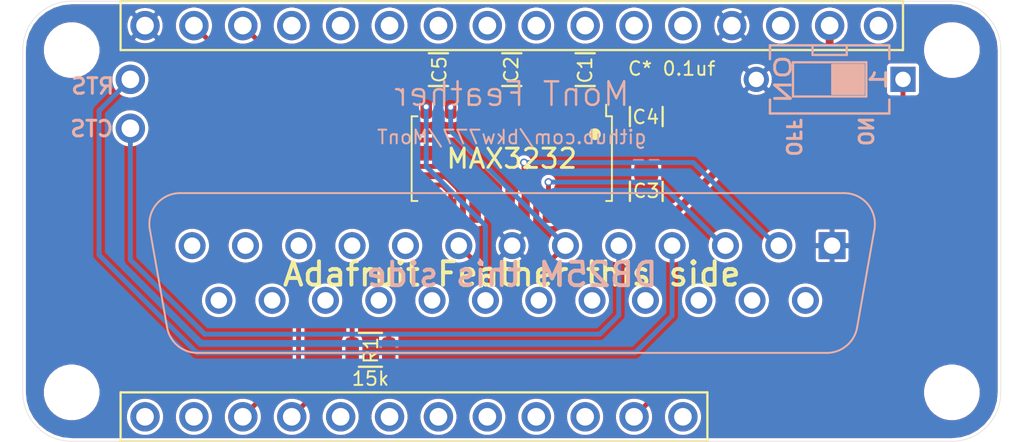
<source format=kicad_pcb>
(kicad_pcb (version 20171130) (host pcbnew 5.1.6-c6e7f7d~87~ubuntu20.04.1)
  (layers (0 F.Cu signal) (31 B.Cu signal) (34 B.Paste user hide) (35 F.Paste user hide) (36 B.SilkS user) (37 F.SilkS user hide) (38 B.Mask user) (39 F.Mask user hide) (44 Edge.Cuts user))
  (net 0 "")
  (net 1 /DTR)
  (net 2 /DCD)
  (net 3 /DSR)
  (net 4 /RXD)
  (net 5 /TXD)
  (net 6 GND)
  (net 7 "Net-(C1-Pad1)")
  (net 8 "Net-(C1-Pad2)")
  (net 9 "Net-(C2-Pad1)")
  (net 10 "Net-(C2-Pad2)")
  (net 11 "Net-(C4-Pad1)")
  (net 12 "Net-(C5-Pad1)")
  (net 13 /TXD_TTL)
  (net 14 /RXD_TTL)
  (net 15 /En)
  (net 16 +3V3)
  (net 17 /DTR_TTL)
  (net 18 /DSR_TTL)
  (net 19 /CTS)
  (net 20 /RTS)
  (module 0_LOCAL:Adafruit_Feather (layer F.Cu) (at 147.32 96.52 180)
    (fp_text reference J1 hide)
    (fp_text value Adafruit_Feather)
    (fp_line (start 20.32 8.89) (end -20.32 8.89) (layer F.SilkS) (width 0.12))
    (fp_line (start 20.32 11.43) (end 20.32 8.89) (layer F.SilkS) (width 0.12))
    (fp_line (start -20.32 11.43) (end 20.32 11.43) (layer F.SilkS) (width 0.12))
    (fp_line (start -20.32 8.89) (end -20.32 11.43) (layer F.SilkS) (width 0.12))
    (fp_line (start 20.32 -11.43) (end -10.16 -11.43) (layer F.SilkS) (width 0.12))
    (fp_line (start 20.32 -8.89) (end 20.32 -11.43) (layer F.SilkS) (width 0.12))
    (fp_line (start -10.16 -8.89) (end 20.32 -8.89) (layer F.SilkS) (width 0.12))
    (fp_line (start -10.16 -11.43) (end -10.16 -8.89) (layer F.SilkS) (width 0.12))
    (pad "" np_thru_hole circle (at 22.86 -8.89 180) (size 2.54 2.54) (drill 2.54) (layers *.Cu *.Mask))
    (pad "" np_thru_hole circle (at 22.86 8.89 180) (size 2.54 2.54) (drill 2.54) (layers *.Cu *.Mask))
    (pad "" np_thru_hole circle (at -22.86 8.89 180) (size 2.54 2.54) (drill 2.54) (layers *.Cu *.Mask))
    (pad "" np_thru_hole circle (at -22.86 -8.89 180) (size 2.54 2.54) (drill 2.54) (layers *.Cu *.Mask))
    (pad 16 thru_hole circle (at 19.05 10.16 180) (size 1.524 1.524) (drill 0.9144) (layers *.Cu *.Mask) (net 6 GND))
    (pad 15 thru_hole circle (at 16.51 10.16 180) (size 1.524 1.524) (drill 0.9144) (layers *.Cu *.Mask) (net 13 /TXD_TTL))
    (pad 14 thru_hole circle (at 13.97 10.16 180) (size 1.524 1.524) (drill 0.9144) (layers *.Cu *.Mask) (net 14 /RXD_TTL))
    (pad 13 thru_hole circle (at 11.43 10.16 180) (size 1.524 1.524) (drill 0.9144) (layers *.Cu *.Mask))
    (pad 12 thru_hole circle (at 8.89 10.16 180) (size 1.524 1.524) (drill 0.9144) (layers *.Cu *.Mask))
    (pad 11 thru_hole circle (at 6.35 10.16 180) (size 1.524 1.524) (drill 0.9144) (layers *.Cu *.Mask))
    (pad 10 thru_hole circle (at 3.81 10.16 180) (size 1.524 1.524) (drill 0.9144) (layers *.Cu *.Mask))
    (pad 9 thru_hole circle (at 1.27 10.16 180) (size 1.524 1.524) (drill 0.9144) (layers *.Cu *.Mask))
    (pad 8 thru_hole circle (at -1.27 10.16 180) (size 1.524 1.524) (drill 0.9144) (layers *.Cu *.Mask))
    (pad 7 thru_hole circle (at -3.81 10.16 180) (size 1.524 1.524) (drill 0.9144) (layers *.Cu *.Mask))
    (pad 6 thru_hole circle (at -6.35 10.16 180) (size 1.524 1.524) (drill 0.9144) (layers *.Cu *.Mask))
    (pad 5 thru_hole circle (at -8.89 10.16 180) (size 1.524 1.524) (drill 0.9144) (layers *.Cu *.Mask))
    (pad 4 thru_hole circle (at -11.43 10.16 180) (size 1.524 1.524) (drill 0.9144) (layers *.Cu *.Mask) (net 6 GND))
    (pad 3 thru_hole circle (at -13.97 10.16 180) (size 1.524 1.524) (drill 0.9144) (layers *.Cu *.Mask))
    (pad 2 thru_hole circle (at -16.51 10.16 180) (size 1.524 1.524) (drill 0.9144) (layers *.Cu *.Mask) (net 16 +3V3))
    (pad 1 thru_hole circle (at -19.05 10.16 180) (size 1.524 1.524) (drill 0.9144) (layers *.Cu *.Mask))
    (pad 17 thru_hole circle (at 19.05 -10.16 180) (size 1.524 1.524) (drill 0.9144) (layers *.Cu *.Mask))
    (pad 18 thru_hole circle (at 16.51 -10.16 180) (size 1.524 1.524) (drill 0.9144) (layers *.Cu *.Mask))
    (pad 19 thru_hole circle (at 13.97 -10.16 180) (size 1.524 1.524) (drill 0.9144) (layers *.Cu *.Mask) (net 17 /DTR_TTL))
    (pad 20 thru_hole circle (at 11.43 -10.16 180) (size 1.524 1.524) (drill 0.9144) (layers *.Cu *.Mask) (net 18 /DSR_TTL))
    (pad 21 thru_hole circle (at 8.89 -10.16 180) (size 1.524 1.524) (drill 0.9144) (layers *.Cu *.Mask))
    (pad 22 thru_hole circle (at 6.35 -10.16 180) (size 1.524 1.524) (drill 0.9144) (layers *.Cu *.Mask))
    (pad 23 thru_hole circle (at 3.81 -10.16 180) (size 1.524 1.524) (drill 0.9144) (layers *.Cu *.Mask))
    (pad 24 thru_hole circle (at 1.27 -10.16 180) (size 1.524 1.524) (drill 0.9144) (layers *.Cu *.Mask))
    (pad 25 thru_hole circle (at -1.27 -10.16 180) (size 1.524 1.524) (drill 0.9144) (layers *.Cu *.Mask))
    (pad 26 thru_hole circle (at -3.81 -10.16 180) (size 1.524 1.524) (drill 0.9144) (layers *.Cu *.Mask))
    (pad 27 thru_hole circle (at -6.35 -10.16 180) (size 1.524 1.524) (drill 0.9144) (layers *.Cu *.Mask) (net 15 /En))
    (pad 28 thru_hole circle (at -8.89 -10.16 180) (size 1.524 1.524) (drill 0.9144) (layers *.Cu *.Mask))
  )
  (module 0_LOCAL:JP_H (layer B.Cu) (at 127.508 90.424 270)
    (fp_text reference JP1 hide)
    (fp_text value Jumper_2_Bridged)
    (pad 2 thru_hole circle (at 1.27 0 270) (size 1.524 1.524) (drill 0.9144) (layers *.Cu *.Mask) (net 19 /CTS))
    (pad 1 thru_hole circle (at -1.27 0 270) (size 1.524 1.524) (drill 0.9144) (layers *.Cu *.Mask) (net 20 /RTS))
  )
  (module 0_LOCAL:R_0805 (layer F.Cu) (at 139.9794 103.2002)
    (fp_text reference R1 (at 0.0254 0.0254 90) (layer F.SilkS) (effects (font (size 0.7112 0.7112) (thickness 0.1016))))
    (fp_text value 15k (at 0 1.4986) (layer F.SilkS) (effects (font (size 0.7112 0.7112) (thickness 0.1016))))
    (fp_line (start 0.6 0.88) (end -0.6 0.88) (layer F.SilkS) (width 0.12))
    (fp_line (start -0.6 -0.88) (end 0.6 -0.88) (layer F.SilkS) (width 0.12))
    (pad 1 smd roundrect (at -0.95 0) (size 0.7 1.3) (layers F.Cu F.Paste F.Mask) (net 18 /DSR_TTL))
    (pad 2 smd roundrect (at 0.95 0) (size 0.7 1.3) (layers F.Cu F.Paste F.Mask) (net 6 GND))
  )
  (module 0_LOCAL:NetTie-2_SMD_10 (layer F.Cu) (at 147.3454 99.187 180)
    (fp_text reference NT1 hide)
    (fp_text value Net-Tie_2)
    (fp_poly (pts (xy -0.254 -0.127) (xy 0.254 -0.127) (xy 0.254 0.127) (xy -0.254 0.127)) (layer F.Cu) (width 0))
    (pad 2 smd circle (at 0.254 0 180) (size 0.254 0.254) (layers F.Cu) (net 2 /DCD))
    (pad 1 smd circle (at -0.254 0 180) (size 0.254 0.254) (layers F.Cu) (net 3 /DSR))
  )
  (module 0_LOCAL:SW_DS04-254-1L-01BK (layer B.Cu) (at 163.83 89.154 180)
    (fp_text reference S1 hide)
    (fp_text value DS04-254-1L-01BK)
    (fp_poly (pts (xy -0.127 -0.762) (xy -1.778 -0.762) (xy -1.778 0.762) (xy -0.127 0.762)) (layer B.SilkS) (width 0.1))
    (fp_line (start 1.905 -0.889) (end 1.905 0.889) (layer B.SilkS) (width 0.12))
    (fp_line (start -1.905 -0.889) (end 1.905 -0.889) (layer B.SilkS) (width 0.12))
    (fp_line (start -1.905 0.889) (end -1.905 -0.889) (layer B.SilkS) (width 0.12))
    (fp_line (start 1.905 0.889) (end -1.905 0.889) (layer B.SilkS) (width 0.12))
    (fp_line (start 0.889 1.27) (end 0.889 1.778) (layer B.SilkS) (width 0.12))
    (fp_line (start -0.889 1.27) (end 0.889 1.27) (layer B.SilkS) (width 0.12))
    (fp_line (start -0.889 1.778) (end -0.889 1.27) (layer B.SilkS) (width 0.12))
    (fp_line (start 3.1 1.77) (end -3.1 1.77) (layer B.SilkS) (width 0.127))
    (fp_line (start -3.1 -1.77) (end 3.1 -1.77) (layer B.SilkS) (width 0.127))
    (fp_line (start -3.1 1.77) (end -3.1 1.05) (layer B.SilkS) (width 0.127))
    (fp_line (start 3.1 -1.77) (end 3.1 -1.05) (layer B.SilkS) (width 0.127))
    (fp_line (start -3.1 -1.05) (end -3.1 -1.77) (layer B.SilkS) (width 0.127))
    (fp_line (start 3.1 1.05) (end 3.1 1.77) (layer B.SilkS) (width 0.127))
    (fp_text user 1 (at -2.54 0 90) (layer B.SilkS) (effects (font (size 0.8128 1.2192) (thickness 0.1524)) (justify mirror)))
    (fp_text user ON (at 2.413 0 90) (layer B.SilkS) (effects (font (size 0.8128 1.2192) (thickness 0.1524)) (justify mirror)))
    (pad 1B thru_hole circle (at 3.81 0 180) (size 1.308 1.308) (drill 0.8) (layers *.Cu *.Mask) (net 6 GND))
    (pad 1A thru_hole rect (at -3.81 0 180) (size 1.308 1.308) (drill 0.8) (layers *.Cu *.Mask) (net 15 /En))
  )
  (module 0_LOCAL:DSUB-25_Male_Vertical_P2.77x2.84mm (layer B.Cu) (at 163.957 97.79 180)
    (fp_text reference J2 hide)
    (fp_text value DB25_Male)
    (fp_line (start -0.623194 2.73) (end 33.863194 2.73) (layer B.SilkS) (width 0.1))
    (fp_line (start 0.276073 -5.57) (end 32.963927 -5.57) (layer B.SilkS) (width 0.1))
    (fp_line (start 35.438887 0.852163) (end 34.539619 -4.247837) (layer B.SilkS) (width 0.1))
    (fp_line (start -2.198887 0.852163) (end -1.299619 -4.247837) (layer B.SilkS) (width 0.1))
    (fp_arc (start 32.963927 -3.97) (end 32.963927 -5.57) (angle 80) (layer B.SilkS) (width 0.1))
    (fp_arc (start 0.276073 -3.97) (end 0.276073 -5.57) (angle -80) (layer B.SilkS) (width 0.1))
    (fp_arc (start 33.863194 1.13) (end 33.863194 2.73) (angle -100) (layer B.SilkS) (width 0.1))
    (fp_arc (start -0.623194 1.13) (end -0.623194 2.73) (angle 100) (layer B.SilkS) (width 0.1))
    (pad 25 thru_hole circle (at 31.855 -2.84 180) (size 1.4 1.4) (drill 0.85) (layers *.Cu *.Mask))
    (pad 24 thru_hole circle (at 29.085 -2.84 180) (size 1.4 1.4) (drill 0.85) (layers *.Cu *.Mask))
    (pad 23 thru_hole circle (at 26.315 -2.84 180) (size 1.4 1.4) (drill 0.85) (layers *.Cu *.Mask))
    (pad 22 thru_hole circle (at 23.545 -2.84 180) (size 1.4 1.4) (drill 0.85) (layers *.Cu *.Mask))
    (pad 21 thru_hole circle (at 20.775 -2.84 180) (size 1.4 1.4) (drill 0.85) (layers *.Cu *.Mask))
    (pad 20 thru_hole circle (at 18.005 -2.84 180) (size 1.4 1.4) (drill 0.85) (layers *.Cu *.Mask) (net 1 /DTR))
    (pad 19 thru_hole circle (at 15.235 -2.84 180) (size 1.4 1.4) (drill 0.85) (layers *.Cu *.Mask))
    (pad 18 thru_hole circle (at 12.465 -2.84 180) (size 1.4 1.4) (drill 0.85) (layers *.Cu *.Mask))
    (pad 17 thru_hole circle (at 9.695 -2.84 180) (size 1.4 1.4) (drill 0.85) (layers *.Cu *.Mask))
    (pad 16 thru_hole circle (at 6.925 -2.84 180) (size 1.4 1.4) (drill 0.85) (layers *.Cu *.Mask))
    (pad 15 thru_hole circle (at 4.155 -2.84 180) (size 1.4 1.4) (drill 0.85) (layers *.Cu *.Mask))
    (pad 14 thru_hole circle (at 1.385 -2.84 180) (size 1.4 1.4) (drill 0.85) (layers *.Cu *.Mask))
    (pad 13 thru_hole circle (at 33.24 0 180) (size 1.4 1.4) (drill 0.85) (layers *.Cu *.Mask))
    (pad 12 thru_hole circle (at 30.47 0 180) (size 1.4 1.4) (drill 0.85) (layers *.Cu *.Mask))
    (pad 11 thru_hole circle (at 27.7 0 180) (size 1.4 1.4) (drill 0.85) (layers *.Cu *.Mask))
    (pad 10 thru_hole circle (at 24.93 0 180) (size 1.4 1.4) (drill 0.85) (layers *.Cu *.Mask))
    (pad 9 thru_hole circle (at 22.16 0 180) (size 1.4 1.4) (drill 0.85) (layers *.Cu *.Mask))
    (pad 8 thru_hole circle (at 19.39 0 180) (size 1.4 1.4) (drill 0.85) (layers *.Cu *.Mask) (net 2 /DCD))
    (pad 7 thru_hole circle (at 16.62 0 180) (size 1.4 1.4) (drill 0.85) (layers *.Cu *.Mask) (net 6 GND))
    (pad 6 thru_hole circle (at 13.85 0 180) (size 1.4 1.4) (drill 0.85) (layers *.Cu *.Mask) (net 3 /DSR))
    (pad 5 thru_hole circle (at 11.08 0 180) (size 1.4 1.4) (drill 0.85) (layers *.Cu *.Mask) (net 19 /CTS))
    (pad 4 thru_hole circle (at 8.31 0 180) (size 1.4 1.4) (drill 0.85) (layers *.Cu *.Mask) (net 20 /RTS))
    (pad 3 thru_hole circle (at 5.54 0 180) (size 1.4 1.4) (drill 0.85) (layers *.Cu *.Mask) (net 4 /RXD))
    (pad 2 thru_hole circle (at 2.77 0 180) (size 1.4 1.4) (drill 0.85) (layers *.Cu *.Mask) (net 5 /TXD))
    (pad 1 thru_hole rect (at 0 0 180) (size 1.4 1.4) (drill 0.85) (layers *.Cu *.Mask) (net 6 GND))
  )
  (module 0_LOCAL:SOIC-16_W3.90mm (layer F.Cu) (at 147.32 93.2688 180)
    (fp_text reference U1 hide)
    (fp_text value MAX3232 (at 0 0) (layer F.SilkS))
    (fp_line (start -4.9 -2.2) (end -5.2 -2.2) (layer F.SilkS) (width 0.1))
    (fp_line (start -4.9 2.2) (end -4.9 2.8) (layer F.SilkS) (width 0.1))
    (fp_line (start -5.2 2.2) (end -4.9 2.2) (layer F.SilkS) (width 0.1))
    (fp_line (start -5.2 -2.2) (end -5.2 2.2) (layer F.SilkS) (width 0.1))
    (fp_line (start 5.2 2.2) (end 5.2 -2.2) (layer F.SilkS) (width 0.1))
    (fp_line (start 4.9 2.2) (end 5.2 2.2) (layer F.SilkS) (width 0.1))
    (fp_line (start 5.2 -2.2) (end 4.9 -2.2) (layer F.SilkS) (width 0.1))
    (fp_circle (center -4.318 1.27) (end -4.1656 1.27) (layer F.SilkS) (width 0.3048))
    (pad 16 smd roundrect (at -4.445 -2.7 180) (size 0.6 1.27) (layers F.Cu F.Paste F.Mask) (net 16 +3V3))
    (pad 15 smd roundrect (at -3.175 -2.7 180) (size 0.6 1.27) (layers F.Cu F.Paste F.Mask) (net 6 GND))
    (pad 14 smd roundrect (at -1.905 -2.7 180) (size 0.6 1.27) (layers F.Cu F.Paste F.Mask) (net 4 /RXD))
    (pad 13 smd roundrect (at -0.635 -2.7 180) (size 0.6 1.27) (layers F.Cu F.Paste F.Mask) (net 5 /TXD))
    (pad 12 smd roundrect (at 0.635 -2.7 180) (size 0.6 1.27) (layers F.Cu F.Paste F.Mask) (net 14 /RXD_TTL))
    (pad 11 smd roundrect (at 1.905 -2.7 180) (size 0.6 1.27) (layers F.Cu F.Paste F.Mask) (net 13 /TXD_TTL))
    (pad 10 smd roundrect (at 3.175 -2.7 180) (size 0.6 1.27) (layers F.Cu F.Paste F.Mask) (net 17 /DTR_TTL))
    (pad 9 smd roundrect (at 4.445 -2.7 180) (size 0.6 1.27) (layers F.Cu F.Paste F.Mask) (net 18 /DSR_TTL))
    (pad 8 smd roundrect (at 4.445 2.7 180) (size 0.6 1.27) (layers F.Cu F.Paste F.Mask) (net 1 /DTR))
    (pad 7 smd roundrect (at 3.175 2.7 180) (size 0.6 1.27) (layers F.Cu F.Paste F.Mask) (net 3 /DSR))
    (pad 6 smd roundrect (at 1.905 2.7 180) (size 0.6 1.27) (layers F.Cu F.Paste F.Mask) (net 12 "Net-(C5-Pad1)"))
    (pad 5 smd roundrect (at 0.635 2.7 180) (size 0.6 1.27) (layers F.Cu F.Paste F.Mask) (net 10 "Net-(C2-Pad2)"))
    (pad 4 smd roundrect (at -0.635 2.7 180) (size 0.6 1.27) (layers F.Cu F.Paste F.Mask) (net 9 "Net-(C2-Pad1)"))
    (pad 3 smd roundrect (at -1.905 2.7 180) (size 0.6 1.27) (layers F.Cu F.Paste F.Mask) (net 8 "Net-(C1-Pad2)"))
    (pad 2 smd roundrect (at -3.175 2.7 180) (size 0.6 1.27) (layers F.Cu F.Paste F.Mask) (net 11 "Net-(C4-Pad1)"))
    (pad 1 smd roundrect (at -4.445 2.7 180) (size 0.6 1.27) (layers F.Cu F.Paste F.Mask) (net 7 "Net-(C1-Pad1)"))
  )
  (module 0_LOCAL:C_0805 (layer F.Cu) (at 147.32 88.646 180)
    (fp_text reference C2 (at 0.0254 0 90) (layer F.SilkS) (effects (font (size 0.7112 0.7112) (thickness 0.1016))))
    (fp_text value 0.1uf)
    (fp_line (start 0.5 -0.85) (end -0.5 -0.85) (layer F.SilkS) (width 0.12))
    (fp_line (start -0.5 0.85) (end 0.5 0.85) (layer F.SilkS) (width 0.12))
    (pad 1 smd roundrect (at -1 0 180) (size 1 1.25) (layers F.Cu F.Paste F.Mask) (net 9 "Net-(C2-Pad1)"))
    (pad 2 smd roundrect (at 1 0 180) (size 1 1.25) (layers F.Cu F.Paste F.Mask) (net 10 "Net-(C2-Pad2)"))
  )
  (module 0_LOCAL:C_0805 (layer F.Cu) (at 151.13 88.646 180)
    (fp_text reference C1 (at 0 -0.0254 90) (layer F.SilkS) (effects (font (size 0.7112 0.7112) (thickness 0.1016))))
    (fp_text value 0.1uf)
    (fp_line (start 0.5 -0.85) (end -0.5 -0.85) (layer F.SilkS) (width 0.12))
    (fp_line (start -0.5 0.85) (end 0.5 0.85) (layer F.SilkS) (width 0.12))
    (pad 1 smd roundrect (at -1 0 180) (size 1 1.25) (layers F.Cu F.Paste F.Mask) (net 7 "Net-(C1-Pad1)"))
    (pad 2 smd roundrect (at 1 0 180) (size 1 1.25) (layers F.Cu F.Paste F.Mask) (net 8 "Net-(C1-Pad2)"))
  )
  (module 0_LOCAL:C_0805 (layer F.Cu) (at 154.305 91.0844 90)
    (fp_text reference C4 (at -0.0254 -0.0254) (layer F.SilkS) (effects (font (size 0.7112 0.7112) (thickness 0.1016))))
    (fp_text value 0.1uf)
    (fp_line (start 0.5 -0.85) (end -0.5 -0.85) (layer F.SilkS) (width 0.12))
    (fp_line (start -0.5 0.85) (end 0.5 0.85) (layer F.SilkS) (width 0.12))
    (pad 1 smd roundrect (at -1 0 90) (size 1 1.25) (layers F.Cu F.Paste F.Mask) (net 11 "Net-(C4-Pad1)"))
    (pad 2 smd roundrect (at 1 0 90) (size 1 1.25) (layers F.Cu F.Paste F.Mask) (net 6 GND))
  )
  (module 0_LOCAL:C_0805 (layer F.Cu) (at 143.51 88.646 180)
    (fp_text reference C5 (at -0.0508 0 90) (layer F.SilkS) (effects (font (size 0.7112 0.7112) (thickness 0.1016))))
    (fp_text value 0.1uf)
    (fp_line (start 0.5 -0.85) (end -0.5 -0.85) (layer F.SilkS) (width 0.12))
    (fp_line (start -0.5 0.85) (end 0.5 0.85) (layer F.SilkS) (width 0.12))
    (pad 1 smd roundrect (at -1 0 180) (size 1 1.25) (layers F.Cu F.Paste F.Mask) (net 12 "Net-(C5-Pad1)"))
    (pad 2 smd roundrect (at 1 0 180) (size 1 1.25) (layers F.Cu F.Paste F.Mask) (net 6 GND))
  )
  (module 0_LOCAL:C_0805 (layer F.Cu) (at 154.305 94.9706 90)
    (fp_text reference C3 (at 0.0254 0) (layer F.SilkS) (effects (font (size 0.7112 0.7112) (thickness 0.1016))))
    (fp_text value 0.1uf)
    (fp_line (start 0.5 -0.85) (end -0.5 -0.85) (layer F.SilkS) (width 0.12))
    (fp_line (start -0.5 0.85) (end 0.5 0.85) (layer F.SilkS) (width 0.12))
    (pad 1 smd roundrect (at -1 0 90) (size 1 1.25) (layers F.Cu F.Paste F.Mask) (net 16 +3V3))
    (pad 2 smd roundrect (at 1 0 90) (size 1 1.25) (layers F.Cu F.Paste F.Mask) (net 6 GND))
  )
  (gr_text CTS (at 125.5014 91.7194) (layer B.SilkS) (effects (font (size 0.8128 0.8128) (thickness 0.1524)) (justify mirror)))
  (gr_text RTS (at 125.5522 89.5096) (layer B.SilkS) (effects (font (size 0.8128 0.8128) (thickness 0.1524)) (justify mirror)))
  (gr_text "DB25M this side" (at 147.32 99.2886) (layer B.SilkS) (effects (font (size 1.2192 1.2192) (thickness 0.2032)) (justify mirror)))
  (gr_text "Adafruit Feather this side" (at 147.32 99.2632) (layer F.SilkS) (effects (font (size 1.2192 1.2192) (thickness 0.2032))))
  (gr_text ON (at 165.6842 91.8464 -90) (layer B.SilkS) (effects (font (size 0.7112 0.7112) (thickness 0.1524)) (justify mirror)))
  (gr_text OFF (at 161.9504 92.1512 -90) (layer B.SilkS) (effects (font (size 0.7112 0.7112) (thickness 0.1524)) (justify mirror)))
  (gr_text "MonT Feather" (at 147.32 89.916) (layer B.SilkS) (effects (font (size 1.2192 1.2192) (thickness 0.127)) (justify mirror)))
  (gr_text github.com/bkw777/MonT (at 147.32 92.1512) (layer B.SilkS) (effects (font (size 0.7112 0.7112) (thickness 0.1016)) (justify mirror)))
  (gr_text "C* 0.1uf" (at 155.6258 88.5952) (layer F.SilkS) (effects (font (size 0.7112 0.7112) (thickness 0.1016))))
  (gr_line (start 121.92 87.63) (end 121.92 105.41) (layer Edge.Cuts) (width 0.0254))
  (gr_line (start 170.18 85.09) (end 124.46 85.09) (layer Edge.Cuts) (width 0.0254))
  (gr_line (start 172.72 105.41) (end 172.72 87.63) (layer Edge.Cuts) (width 0.0254))
  (gr_line (start 124.46 107.95) (end 170.18 107.95) (layer Edge.Cuts) (width 0.0254))
  (gr_arc (start 124.46 105.41) (end 121.92 105.41) (angle -90) (layer Edge.Cuts) (width 0.0254))
  (gr_arc (start 124.46 87.63) (end 124.46 85.09) (angle -90) (layer Edge.Cuts) (width 0.0254))
  (gr_arc (start 170.18 87.63) (end 172.72 87.63) (angle -90) (layer Edge.Cuts) (width 0.0254))
  (gr_arc (start 170.18 105.41) (end 170.18 107.95) (angle -90) (layer Edge.Cuts) (width 0.0254))
  (segment (start 145.825 100.8416) (end 145.8214 100.838) (width 0.1778) (layer B.Cu) (net 1))
  (segment (start 145.95 100.628) (end 145.952 100.63) (width 0.254) (layer F.Cu) (net 1))
  (via (at 142.875 90.5764) (size 0.4064) (drill 0.254) (layers F.Cu B.Cu) (net 1))
  (segment (start 142.875 93.6752) (end 142.875 90.5764) (width 0.254) (layer B.Cu) (net 1))
  (segment (start 145.952 96.7522) (end 142.875 93.6752) (width 0.254) (layer B.Cu) (net 1))
  (segment (start 145.952 100.63) (end 145.952 96.7522) (width 0.254) (layer B.Cu) (net 1))
  (segment (start 145.964 99.187) (end 144.567 97.79) (width 0.254) (layer F.Cu) (net 2))
  (segment (start 145.964 99.187) (end 147.0914 99.187) (width 0.254) (layer F.Cu) (net 2))
  (segment (start 150.107 97.79) (end 148.71 99.187) (width 0.254) (layer F.Cu) (net 3))
  (segment (start 148.71 99.187) (end 147.5994 99.187) (width 0.254) (layer F.Cu) (net 3))
  (via (at 144.145 90.6018) (size 0.4064) (drill 0.254) (layers F.Cu B.Cu) (net 3))
  (segment (start 144.145 91.828) (end 144.145 90.6018) (width 0.254) (layer B.Cu) (net 3))
  (segment (start 150.107 97.79) (end 144.145 91.828) (width 0.254) (layer B.Cu) (net 3))
  (via (at 149.225 94.488) (size 0.4064) (drill 0.254) (layers F.Cu B.Cu) (net 4))
  (segment (start 149.225 94.488) (end 154.988 94.488) (width 0.254) (layer B.Cu) (net 4))
  (segment (start 154.988 94.488) (end 158.29 97.79) (width 0.254) (layer B.Cu) (net 4))
  (segment (start 149.225 94.488) (end 149.225 95.9688) (width 0.254) (layer F.Cu) (net 4))
  (via (at 147.955 93.472) (size 0.4064) (drill 0.254) (layers F.Cu B.Cu) (net 5))
  (segment (start 147.955 93.472) (end 147.955 95.9688) (width 0.254) (layer F.Cu) (net 5))
  (segment (start 147.955 93.472) (end 156.742 93.472) (width 0.254) (layer B.Cu) (net 5))
  (segment (start 156.742 93.472) (end 161.06 97.79) (width 0.254) (layer B.Cu) (net 5))
  (segment (start 151.765 89.011) (end 152.13 88.646) (width 0.4064) (layer F.Cu) (net 7))
  (segment (start 151.765 90.5688) (end 151.765 89.011) (width 0.4064) (layer F.Cu) (net 7))
  (segment (start 150.13 88.9475) (end 150.13 88.646) (width 0.4064) (layer F.Cu) (net 8))
  (segment (start 149.225 89.8525) (end 150.13 88.9475) (width 0.4064) (layer F.Cu) (net 8))
  (segment (start 149.225 90.5688) (end 149.225 89.8525) (width 0.4064) (layer F.Cu) (net 8))
  (segment (start 147.955 89.011) (end 148.32 88.646) (width 0.4064) (layer F.Cu) (net 9))
  (segment (start 147.955 90.5688) (end 147.955 89.011) (width 0.4064) (layer F.Cu) (net 9))
  (segment (start 146.685 89.011) (end 146.32 88.646) (width 0.4064) (layer F.Cu) (net 10))
  (segment (start 146.685 90.5688) (end 146.685 89.011) (width 0.4064) (layer F.Cu) (net 10))
  (segment (start 150.495 91.567) (end 150.495 90.5688) (width 0.4064) (layer F.Cu) (net 11))
  (segment (start 151.0124 92.0844) (end 150.495 91.567) (width 0.4064) (layer F.Cu) (net 11))
  (segment (start 154.305 92.0844) (end 151.0124 92.0844) (width 0.4064) (layer F.Cu) (net 11))
  (segment (start 144.51 88.9094) (end 144.51 88.646) (width 0.4064) (layer F.Cu) (net 12))
  (segment (start 145.415 89.8144) (end 144.51 88.9094) (width 0.4064) (layer F.Cu) (net 12))
  (segment (start 145.415 90.5688) (end 145.415 89.8144) (width 0.4064) (layer F.Cu) (net 12))
  (segment (start 145.415 95.9688) (end 145.415 94.996) (width 0.254) (layer F.Cu) (net 13))
  (segment (start 145.415 94.996) (end 144.0942 93.6752) (width 0.254) (layer F.Cu) (net 13))
  (segment (start 144.0942 93.6752) (end 138.1252 93.6752) (width 0.254) (layer F.Cu) (net 13))
  (segment (start 138.1252 93.6752) (end 130.81 86.36) (width 0.254) (layer F.Cu) (net 13))
  (segment (start 146.685 95.9688) (end 146.685 94.742) (width 0.254) (layer F.Cu) (net 14))
  (segment (start 146.685 94.742) (end 144.2466 92.3036) (width 0.254) (layer F.Cu) (net 14))
  (segment (start 139.2936 92.3036) (end 133.35 86.36) (width 0.254) (layer F.Cu) (net 14))
  (segment (start 144.2466 92.3036) (end 139.2936 92.3036) (width 0.254) (layer F.Cu) (net 14))
  (segment (start 167.64 98.3488) (end 167.64 89.154) (width 0.254) (layer F.Cu) (net 15))
  (segment (start 162.2044 103.7844) (end 167.64 98.3488) (width 0.254) (layer F.Cu) (net 15))
  (segment (start 156.5656 103.7844) (end 162.2044 103.7844) (width 0.254) (layer F.Cu) (net 15))
  (segment (start 153.67 106.68) (end 156.5656 103.7844) (width 0.254) (layer F.Cu) (net 15))
  (segment (start 151.7668 95.9706) (end 151.765 95.9688) (width 0.4064) (layer F.Cu) (net 16))
  (segment (start 154.305 95.9706) (end 151.7668 95.9706) (width 0.4064) (layer F.Cu) (net 16))
  (segment (start 163.83 88.0364) (end 163.83 86.36) (width 0.4064) (layer F.Cu) (net 16))
  (segment (start 155.8958 95.9706) (end 163.83 88.0364) (width 0.4064) (layer F.Cu) (net 16))
  (segment (start 154.305 95.9706) (end 155.8958 95.9706) (width 0.4064) (layer F.Cu) (net 16))
  (segment (start 137.6426 97.1042) (end 140.1064 94.6404) (width 0.254) (layer F.Cu) (net 17))
  (segment (start 137.6426 98.5012) (end 137.6426 97.1042) (width 0.254) (layer F.Cu) (net 17))
  (segment (start 136.2456 103.7844) (end 136.2456 99.8982) (width 0.254) (layer F.Cu) (net 17))
  (segment (start 144.145 95.0722) (end 144.145 95.9688) (width 0.254) (layer F.Cu) (net 17))
  (segment (start 143.7132 94.6404) (end 144.145 95.0722) (width 0.254) (layer F.Cu) (net 17))
  (segment (start 140.1064 94.6404) (end 143.7132 94.6404) (width 0.254) (layer F.Cu) (net 17))
  (segment (start 136.2456 99.8982) (end 137.6426 98.5012) (width 0.254) (layer F.Cu) (net 17))
  (segment (start 133.35 106.68) (end 136.2456 103.7844) (width 0.254) (layer F.Cu) (net 17))
  (segment (start 141.5466 95.9688) (end 142.875 95.9688) (width 0.254) (layer F.Cu) (net 18))
  (segment (start 140.4112 98.5266) (end 140.4112 97.1042) (width 0.254) (layer F.Cu) (net 18))
  (segment (start 140.4112 97.1042) (end 141.5466 95.9688) (width 0.254) (layer F.Cu) (net 18))
  (segment (start 139.0294 99.9084) (end 140.4112 98.5266) (width 0.254) (layer F.Cu) (net 18))
  (segment (start 139.0294 103.5406) (end 139.0294 99.9084) (width 0.254) (layer F.Cu) (net 18))
  (segment (start 135.89 106.68) (end 139.0294 103.5406) (width 0.254) (layer F.Cu) (net 18))
  (segment (start 127.508 98.5266) (end 127.508 91.694) (width 0.254) (layer B.Cu) (net 19))
  (segment (start 131.3688 102.3874) (end 127.508 98.5266) (width 0.254) (layer B.Cu) (net 19))
  (segment (start 151.892 102.3874) (end 131.3688 102.3874) (width 0.254) (layer B.Cu) (net 19))
  (segment (start 152.877 101.4024) (end 151.892 102.3874) (width 0.254) (layer B.Cu) (net 19))
  (segment (start 152.877 97.79) (end 152.877 101.4024) (width 0.254) (layer B.Cu) (net 19))
  (segment (start 125.8824 90.7796) (end 127.508 89.154) (width 0.254) (layer B.Cu) (net 20))
  (segment (start 125.8824 98.2726) (end 125.8824 90.7796) (width 0.254) (layer B.Cu) (net 20))
  (segment (start 130.9624 103.3526) (end 125.8824 98.2726) (width 0.254) (layer B.Cu) (net 20))
  (segment (start 153.7208 103.3526) (end 130.9624 103.3526) (width 0.254) (layer B.Cu) (net 20))
  (segment (start 155.647 101.4264) (end 153.7208 103.3526) (width 0.254) (layer B.Cu) (net 20))
  (segment (start 155.647 97.79) (end 155.647 101.4264) (width 0.254) (layer B.Cu) (net 20))
  (zone (net 6) (net_name GND) (layer F.Cu) (connect_pads (clearance 0.1524)) (min_thickness 0.1524) (fill yes (arc_segments 32) (thermal_gap 0.1524) (thermal_bridge_width 0.254) (smoothing fillet) (radius 0.0762))
    (polygon (pts (xy 121.92 85.09) (xy 172.72 85.09) (xy 172.72 107.95) (xy 121.92 107.95)))
  )
  (zone (net 6) (net_name GND) (layer B.Cu) (connect_pads (clearance 0.1524)) (min_thickness 0.1524) (fill yes (arc_segments 32) (thermal_gap 0.1524) (thermal_bridge_width 0.254) (smoothing fillet) (radius 0.0762))
    (polygon (pts (xy 121.92 85.09) (xy 172.72 85.09) (xy 172.72 107.95) (xy 121.92 107.95)))
  )
)
</source>
